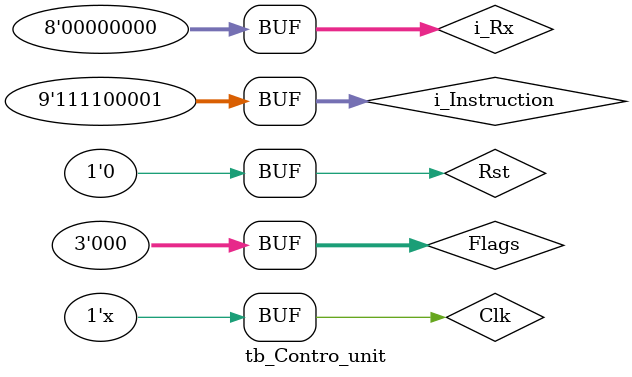
<source format=v>
`timescale 1ns / 1ps


module tb_Contro_unit;
    reg Rst;
    reg Clk;
    reg [8:0] i_Instruction;
    reg [7:0] i_Rx;
    reg [2:0] Flags;
    wire [2:0] Sel_OP;
    wire [5:0] SelR;
    wire RW;
    wire [1:0] Sel_Op_OutBus;
    wire [2:0] Sel_DW;
    wire [7:0] o_Addres_Instr_Bus;
    
    Control_unit uut(
    .Rst(Rst),
    .Clk(Clk),
    .i_Instruction(i_Instruction),
    .i_Rx(i_Rx),
    .Flags(Flags),
    .Sel_OP(Sel_OP),
    .SelR(SelR),
    .RW(RW),
    .Sel_Op_OutBus(Sel_Op_OutBus),
    .Sel_DW(Sel_DW),
    .o_Addres_Instr_Bus(o_Addres_Instr_Bus)
    );
    
    initial
        begin
        Rst=1;
        Clk=0;
        i_Instruction=0;
        i_Rx=0;
        Flags=0;
        
        #1 Rst=0; i_Instruction=9'b000_001_100; //load Rx Num
        #2 i_Instruction=9'b001_010_001; // load Rx [Ry]
        #2 i_Instruction=9'b010_011_010; // store [Rx] Num
        #2 i_Instruction=9'b011_111_110; // store [Rx] Ry
        #2 i_Instruction=9'b100_001_010; // move Rx Ry
        #2 i_Instruction=9'b101_011_001; // Math Rx OP
        #2 i_Instruction=9'b110_100_001; // Jump [Rx] Cond
        #2 i_Instruction=9'b111_100_001; // Nop
         
        end
    
    always
        #1 Clk = !Clk;
    
endmodule

</source>
